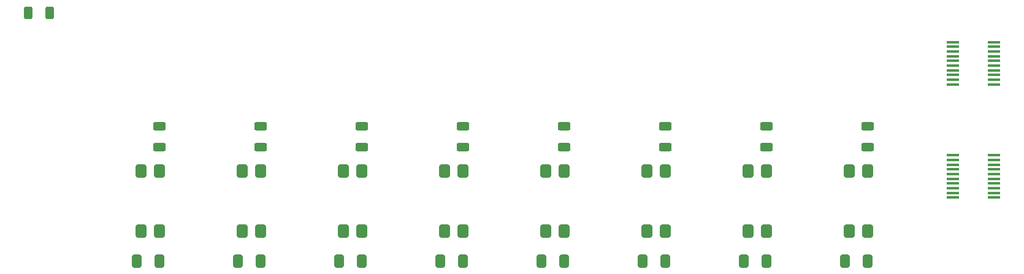
<source format=gbr>
%TF.GenerationSoftware,KiCad,Pcbnew,8.0.4*%
%TF.CreationDate,2024-09-16T12:53:31-07:00*%
%TF.ProjectId,PumpController8,50756d70-436f-46e7-9472-6f6c6c657238,rev?*%
%TF.SameCoordinates,Original*%
%TF.FileFunction,Paste,Top*%
%TF.FilePolarity,Positive*%
%FSLAX46Y46*%
G04 Gerber Fmt 4.6, Leading zero omitted, Abs format (unit mm)*
G04 Created by KiCad (PCBNEW 8.0.4) date 2024-09-16 12:53:31*
%MOMM*%
%LPD*%
G01*
G04 APERTURE LIST*
G04 Aperture macros list*
%AMRoundRect*
0 Rectangle with rounded corners*
0 $1 Rounding radius*
0 $2 $3 $4 $5 $6 $7 $8 $9 X,Y pos of 4 corners*
0 Add a 4 corners polygon primitive as box body*
4,1,4,$2,$3,$4,$5,$6,$7,$8,$9,$2,$3,0*
0 Add four circle primitives for the rounded corners*
1,1,$1+$1,$2,$3*
1,1,$1+$1,$4,$5*
1,1,$1+$1,$6,$7*
1,1,$1+$1,$8,$9*
0 Add four rect primitives between the rounded corners*
20,1,$1+$1,$2,$3,$4,$5,0*
20,1,$1+$1,$4,$5,$6,$7,0*
20,1,$1+$1,$6,$7,$8,$9,0*
20,1,$1+$1,$8,$9,$2,$3,0*%
G04 Aperture macros list end*
%ADD10RoundRect,0.250000X0.412500X0.650000X-0.412500X0.650000X-0.412500X-0.650000X0.412500X-0.650000X0*%
%ADD11RoundRect,0.250000X-0.312500X-0.625000X0.312500X-0.625000X0.312500X0.625000X-0.312500X0.625000X0*%
%ADD12RoundRect,0.375000X-0.375000X0.575000X-0.375000X-0.575000X0.375000X-0.575000X0.375000X0.575000X0*%
%ADD13RoundRect,0.250000X-0.625000X0.312500X-0.625000X-0.312500X0.625000X-0.312500X0.625000X0.312500X0*%
%ADD14R,1.676400X0.355600*%
G04 APERTURE END LIST*
D10*
%TO.C,C1*%
X227965000Y-107950000D03*
X224840000Y-107950000D03*
%TD*%
D11*
%TO.C,R9*%
X112075500Y-73660000D03*
X115000500Y-73660000D03*
%TD*%
D12*
%TO.C,U4*%
X186055000Y-95545000D03*
X183515000Y-95545000D03*
X183515000Y-103845000D03*
X186055000Y-103845000D03*
%TD*%
D13*
%TO.C,R8*%
X130175000Y-89342500D03*
X130175000Y-92267500D03*
%TD*%
D10*
%TO.C,C5*%
X172085000Y-107950000D03*
X168960000Y-107950000D03*
%TD*%
%TO.C,C7*%
X144145000Y-107950000D03*
X141020000Y-107950000D03*
%TD*%
%TO.C,C4*%
X186055000Y-107950000D03*
X182930000Y-107950000D03*
%TD*%
D13*
%TO.C,R4*%
X186055000Y-89342500D03*
X186055000Y-92267500D03*
%TD*%
D12*
%TO.C,U3*%
X200025000Y-95545000D03*
X197485000Y-95545000D03*
X197485000Y-103845000D03*
X200025000Y-103845000D03*
%TD*%
D10*
%TO.C,C6*%
X158115000Y-107950000D03*
X154990000Y-107950000D03*
%TD*%
D12*
%TO.C,U8*%
X130175000Y-95545000D03*
X127635000Y-95545000D03*
X127635000Y-103845000D03*
X130175000Y-103845000D03*
%TD*%
D13*
%TO.C,R5*%
X172085000Y-89342500D03*
X172085000Y-92267500D03*
%TD*%
D12*
%TO.C,U2*%
X213995000Y-95545000D03*
X211455000Y-95545000D03*
X211455000Y-103845000D03*
X213995000Y-103845000D03*
%TD*%
D10*
%TO.C,C3*%
X200025000Y-107950000D03*
X196900000Y-107950000D03*
%TD*%
D13*
%TO.C,R7*%
X144145000Y-89342500D03*
X144145000Y-92267500D03*
%TD*%
D12*
%TO.C,U5*%
X172085000Y-95545000D03*
X169545000Y-95545000D03*
X169545000Y-103845000D03*
X172085000Y-103845000D03*
%TD*%
%TO.C,U1*%
X227965000Y-95545000D03*
X225425000Y-95545000D03*
X225425000Y-103845000D03*
X227965000Y-103845000D03*
%TD*%
D13*
%TO.C,R2*%
X213995000Y-89342500D03*
X213995000Y-92267500D03*
%TD*%
D14*
%TO.C,U10*%
X245389400Y-99191000D03*
X245389400Y-98540999D03*
X245389400Y-97891001D03*
X245389400Y-97240999D03*
X245389400Y-96591001D03*
X245389400Y-95941002D03*
X245389400Y-95291001D03*
X245389400Y-94641002D03*
X245389400Y-93991001D03*
X245389400Y-93341002D03*
X239750600Y-93341000D03*
X239750600Y-93990998D03*
X239750600Y-94640999D03*
X239750600Y-95290998D03*
X239750600Y-95940999D03*
X239750600Y-96590998D03*
X239750600Y-97240999D03*
X239750600Y-97890998D03*
X239750600Y-98540999D03*
X239750600Y-99190998D03*
%TD*%
D12*
%TO.C,U6*%
X158115000Y-95545000D03*
X155575000Y-95545000D03*
X155575000Y-103845000D03*
X158115000Y-103845000D03*
%TD*%
%TO.C,U7*%
X144145000Y-95545000D03*
X141605000Y-95545000D03*
X141605000Y-103845000D03*
X144145000Y-103845000D03*
%TD*%
D10*
%TO.C,C2*%
X213995000Y-107950000D03*
X210870000Y-107950000D03*
%TD*%
D13*
%TO.C,R6*%
X158115000Y-89342500D03*
X158115000Y-92267500D03*
%TD*%
D10*
%TO.C,C8*%
X130175000Y-107950000D03*
X127050000Y-107950000D03*
%TD*%
D13*
%TO.C,R1*%
X227965000Y-89342500D03*
X227965000Y-92267500D03*
%TD*%
D14*
%TO.C,U9*%
X245389400Y-83570000D03*
X245389400Y-82919999D03*
X245389400Y-82270001D03*
X245389400Y-81619999D03*
X245389400Y-80970001D03*
X245389400Y-80320002D03*
X245389400Y-79670001D03*
X245389400Y-79020002D03*
X245389400Y-78370001D03*
X245389400Y-77720002D03*
X239750600Y-77720000D03*
X239750600Y-78369998D03*
X239750600Y-79019999D03*
X239750600Y-79669998D03*
X239750600Y-80319999D03*
X239750600Y-80969998D03*
X239750600Y-81619999D03*
X239750600Y-82269998D03*
X239750600Y-82919999D03*
X239750600Y-83569998D03*
%TD*%
D13*
%TO.C,R3*%
X200025000Y-89342500D03*
X200025000Y-92267500D03*
%TD*%
M02*

</source>
